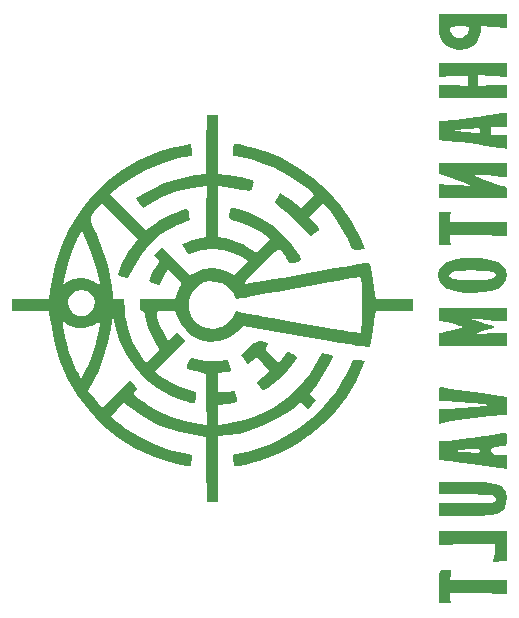
<source format=gbr>
%TF.GenerationSoftware,KiCad,Pcbnew,8.0.6*%
%TF.CreationDate,2025-02-09T15:22:34+01:00*%
%TF.ProjectId,BaseBoard,42617365-426f-4617-9264-2e6b69636164,rev?*%
%TF.SameCoordinates,Original*%
%TF.FileFunction,Legend,Bot*%
%TF.FilePolarity,Positive*%
%FSLAX46Y46*%
G04 Gerber Fmt 4.6, Leading zero omitted, Abs format (unit mm)*
G04 Created by KiCad (PCBNEW 8.0.6) date 2025-02-09 15:22:34*
%MOMM*%
%LPD*%
G01*
G04 APERTURE LIST*
%ADD10C,0.000000*%
G04 APERTURE END LIST*
D10*
%TO.C,G\u002A\u002A\u002A*%
G36*
X181212878Y-88516104D02*
G01*
X181153584Y-88958173D01*
X183567141Y-88924902D01*
X185980698Y-88891631D01*
X185980698Y-89491202D01*
X185980698Y-90090772D01*
X183567141Y-90057501D01*
X181153584Y-90024230D01*
X181212878Y-90466300D01*
X181272172Y-90908369D01*
X180737481Y-90908369D01*
X180202790Y-90908369D01*
X180202790Y-89491202D01*
X180202790Y-88074034D01*
X180737481Y-88074034D01*
X181272172Y-88074034D01*
X181212878Y-88516104D01*
G37*
G36*
X185980473Y-116352646D02*
G01*
X185980473Y-117596064D01*
X185428429Y-117671990D01*
X185224885Y-117696051D01*
X184953535Y-117712535D01*
X184825808Y-117697338D01*
X184822283Y-117579168D01*
X184887294Y-117352013D01*
X184900069Y-117315561D01*
X184970592Y-116987082D01*
X184999357Y-116619096D01*
X184999357Y-116180926D01*
X182600990Y-116217394D01*
X180202624Y-116253863D01*
X180202707Y-115681545D01*
X180202790Y-115109227D01*
X183091631Y-115109227D01*
X185980473Y-115109227D01*
X185980473Y-116352646D01*
G37*
G36*
X181225768Y-118815665D02*
G01*
X181156041Y-119251717D01*
X183568257Y-119251717D01*
X185980473Y-119251717D01*
X185980580Y-119824034D01*
X185980687Y-120396352D01*
X183566900Y-120361321D01*
X181153112Y-120326289D01*
X181212642Y-120770119D01*
X181272172Y-121213948D01*
X180737481Y-121213948D01*
X180202790Y-121213948D01*
X180202790Y-119862951D01*
X180202951Y-119593078D01*
X180210173Y-119080115D01*
X180240368Y-118736938D01*
X180310070Y-118529423D01*
X180435815Y-118423447D01*
X180634140Y-118384885D01*
X180921578Y-118379614D01*
X181295495Y-118379614D01*
X181225768Y-118815665D01*
G37*
G36*
X185980495Y-76064553D02*
G01*
X185980473Y-76646059D01*
X184781331Y-76568339D01*
X183582189Y-76490620D01*
X183582189Y-76957027D01*
X183582189Y-77423435D01*
X184781331Y-77360175D01*
X185980473Y-77296915D01*
X185980488Y-77861655D01*
X185980503Y-78426395D01*
X183091667Y-78426395D01*
X180202832Y-78426395D01*
X180202811Y-77863041D01*
X180202790Y-77299688D01*
X181464007Y-77361803D01*
X182725223Y-77423918D01*
X182690402Y-76998547D01*
X182655580Y-76573176D01*
X181429185Y-76601649D01*
X180202790Y-76630122D01*
X180202819Y-76056585D01*
X180202848Y-75483047D01*
X183091682Y-75483047D01*
X185980517Y-75483047D01*
X185980495Y-76064553D01*
G37*
G36*
X182001503Y-71340558D02*
G01*
X183091631Y-71340558D01*
X185980473Y-71340558D01*
X185980473Y-71908315D01*
X185980473Y-72476072D01*
X184905057Y-72410555D01*
X183829641Y-72345038D01*
X183757296Y-72827465D01*
X183700353Y-73111965D01*
X183471230Y-73657678D01*
X183101779Y-74039927D01*
X182584554Y-74264807D01*
X181912112Y-74338412D01*
X181841386Y-74337565D01*
X181241900Y-74242622D01*
X180781984Y-73987223D01*
X180457968Y-73566806D01*
X180266183Y-72976806D01*
X180236783Y-72621459D01*
X181185575Y-72621459D01*
X181194840Y-72761812D01*
X181306679Y-73027463D01*
X181585538Y-73231963D01*
X181793484Y-73318420D01*
X182162353Y-73328852D01*
X182531866Y-73131358D01*
X182727582Y-72913502D01*
X182819099Y-72640800D01*
X182816210Y-72552750D01*
X182778938Y-72453221D01*
X182661323Y-72400519D01*
X182417474Y-72379789D01*
X182001503Y-72376180D01*
X181771254Y-72376913D01*
X181445773Y-72387979D01*
X181270090Y-72423280D01*
X181198570Y-72496534D01*
X181185575Y-72621459D01*
X180236783Y-72621459D01*
X180202960Y-72212661D01*
X180202790Y-71340558D01*
X182001503Y-71340558D01*
G37*
G36*
X185980473Y-84534870D02*
G01*
X185980473Y-85138196D01*
X185462661Y-85083013D01*
X184952415Y-85032528D01*
X184344199Y-84984038D01*
X183846136Y-84958089D01*
X183484821Y-84955416D01*
X183286849Y-84976751D01*
X183278814Y-85022826D01*
X183298914Y-85034545D01*
X183538107Y-85145981D01*
X183907639Y-85293555D01*
X184352009Y-85457847D01*
X184815716Y-85619435D01*
X185243260Y-85758900D01*
X185579140Y-85856821D01*
X185767855Y-85893777D01*
X185795637Y-85894482D01*
X185913107Y-85939657D01*
X185967327Y-86094023D01*
X185980473Y-86411588D01*
X185980473Y-86929399D01*
X183091631Y-86929399D01*
X180202790Y-86929399D01*
X180202790Y-86290912D01*
X180202920Y-86240702D01*
X180217847Y-85894964D01*
X180263473Y-85728733D01*
X180348227Y-85708234D01*
X180480469Y-85732147D01*
X180792603Y-85764464D01*
X181228533Y-85797987D01*
X181738141Y-85828382D01*
X182982619Y-85892721D01*
X182437554Y-85630718D01*
X182424317Y-85624400D01*
X182033767Y-85459450D01*
X181540384Y-85278771D01*
X181047640Y-85120356D01*
X180202790Y-84871997D01*
X180202790Y-84401771D01*
X180202790Y-83931545D01*
X183091631Y-83931545D01*
X185980473Y-83931545D01*
X185980473Y-84534870D01*
G37*
G36*
X182573820Y-110948733D02*
G01*
X183307088Y-110963429D01*
X184037930Y-110988784D01*
X184599634Y-111027224D01*
X185019215Y-111084240D01*
X185323687Y-111165324D01*
X185540068Y-111275966D01*
X185695373Y-111421660D01*
X185816617Y-111607895D01*
X185885513Y-111774185D01*
X185964450Y-112213257D01*
X185955137Y-112687714D01*
X185854694Y-113085751D01*
X185812209Y-113157140D01*
X185587230Y-113382169D01*
X185282377Y-113574421D01*
X185143165Y-113634030D01*
X184949205Y-113692487D01*
X184701784Y-113736125D01*
X184367990Y-113767886D01*
X183914909Y-113790709D01*
X183309628Y-113807536D01*
X182519234Y-113821308D01*
X180202631Y-113855579D01*
X180202711Y-113309643D01*
X180202790Y-112763707D01*
X182487657Y-112764579D01*
X183227915Y-112763341D01*
X183820036Y-112757255D01*
X184251721Y-112744041D01*
X184552455Y-112721437D01*
X184751724Y-112687183D01*
X184879013Y-112639017D01*
X184963807Y-112574678D01*
X185060760Y-112471149D01*
X185093333Y-112348927D01*
X184963840Y-112193133D01*
X184884024Y-112131608D01*
X184759415Y-112082652D01*
X184564199Y-112047690D01*
X184268894Y-112024452D01*
X183844021Y-112010665D01*
X183260100Y-112004058D01*
X182487649Y-112002360D01*
X180202707Y-112002360D01*
X180202749Y-111456067D01*
X180202790Y-110909774D01*
X182573820Y-110948733D01*
G37*
G36*
X180495361Y-102942170D02*
G01*
X180795863Y-102989421D01*
X181256527Y-103057943D01*
X181845625Y-103143105D01*
X182531430Y-103240278D01*
X183282216Y-103344832D01*
X185980097Y-103717382D01*
X185980285Y-104507725D01*
X185980473Y-105298069D01*
X185467655Y-105298069D01*
X185361687Y-105301580D01*
X184996945Y-105330897D01*
X184483526Y-105384962D01*
X183867031Y-105457734D01*
X183193060Y-105543170D01*
X182507214Y-105635226D01*
X181855093Y-105727860D01*
X181282296Y-105815029D01*
X180834426Y-105890690D01*
X180557082Y-105948800D01*
X180202790Y-106043584D01*
X180202790Y-105398294D01*
X180202790Y-104753004D01*
X180993134Y-104744866D01*
X181327629Y-104736640D01*
X181835361Y-104711704D01*
X182377920Y-104674264D01*
X182919247Y-104628065D01*
X183423280Y-104576853D01*
X183853961Y-104524370D01*
X184175228Y-104474363D01*
X184351021Y-104430577D01*
X184345279Y-104396755D01*
X184182076Y-104367373D01*
X183815628Y-104321616D01*
X183322211Y-104271255D01*
X182753118Y-104220534D01*
X182159638Y-104173697D01*
X181593064Y-104134987D01*
X181104686Y-104108649D01*
X180745795Y-104098927D01*
X180202790Y-104098927D01*
X180202790Y-103486642D01*
X180204941Y-103277210D01*
X180226642Y-103026349D01*
X180284386Y-102923534D01*
X180393563Y-102923320D01*
X180495361Y-102942170D01*
G37*
G36*
X173472484Y-100655422D02*
G01*
X173981081Y-100731691D01*
X173759854Y-101297927D01*
X173203817Y-102488768D01*
X172434654Y-103732874D01*
X171508108Y-104925755D01*
X170454600Y-106028465D01*
X169304551Y-107002055D01*
X169187933Y-107088229D01*
X168473092Y-107562187D01*
X167649510Y-108036382D01*
X166785908Y-108475458D01*
X165951004Y-108844059D01*
X165213520Y-109106831D01*
X165041055Y-109156515D01*
X164613035Y-109270635D01*
X164148199Y-109385356D01*
X163696086Y-109489495D01*
X163306239Y-109571865D01*
X163028199Y-109621281D01*
X162911507Y-109626559D01*
X162900096Y-109589910D01*
X162862048Y-109392505D01*
X162813056Y-109086266D01*
X162781643Y-108859181D01*
X162778239Y-108660044D01*
X162846285Y-108581947D01*
X163006906Y-108568455D01*
X163068163Y-108566530D01*
X163458778Y-108511178D01*
X163983292Y-108391470D01*
X164586388Y-108223694D01*
X165212747Y-108024134D01*
X165807050Y-107809079D01*
X166313979Y-107594813D01*
X167124726Y-107177406D01*
X168362864Y-106393618D01*
X169517143Y-105485922D01*
X170543008Y-104490706D01*
X171395903Y-103444362D01*
X171495885Y-103298411D01*
X171757129Y-102886978D01*
X172047265Y-102399600D01*
X172337176Y-101888299D01*
X172597749Y-101405100D01*
X172799866Y-101002026D01*
X172914412Y-100731100D01*
X172967202Y-100659019D01*
X173139827Y-100623043D01*
X173472484Y-100655422D01*
G37*
G36*
X185980473Y-96776488D02*
G01*
X185980473Y-97357482D01*
X185299142Y-97297106D01*
X185070932Y-97277016D01*
X184265737Y-97209090D01*
X183661525Y-97163885D01*
X183245628Y-97140655D01*
X183005380Y-97138651D01*
X182928112Y-97157126D01*
X182968070Y-97181486D01*
X183176799Y-97251843D01*
X183523875Y-97349267D01*
X183963734Y-97460416D01*
X184247254Y-97531961D01*
X184634651Y-97642143D01*
X184900571Y-97734195D01*
X184999357Y-97793435D01*
X184981132Y-97821251D01*
X184816442Y-97906929D01*
X184536052Y-97996472D01*
X184158209Y-98095142D01*
X183690575Y-98224907D01*
X183435184Y-98313649D01*
X183392036Y-98366927D01*
X183561132Y-98390302D01*
X183942470Y-98389332D01*
X184536052Y-98369577D01*
X185980473Y-98313232D01*
X185980495Y-98889556D01*
X185980517Y-99465880D01*
X183091682Y-99465880D01*
X180202848Y-99465880D01*
X180202819Y-98893562D01*
X180203009Y-98836674D01*
X180220183Y-98518297D01*
X180276097Y-98362501D01*
X180386139Y-98321245D01*
X180420734Y-98318880D01*
X180655567Y-98277175D01*
X181019290Y-98194176D01*
X181448970Y-98083935D01*
X182328452Y-97846625D01*
X181978126Y-97703677D01*
X181746278Y-97625544D01*
X181347900Y-97519409D01*
X180915295Y-97425568D01*
X180202790Y-97290407D01*
X180202790Y-96742950D01*
X180202790Y-96195493D01*
X183091631Y-96195493D01*
X185980473Y-96195493D01*
X185980473Y-96776488D01*
G37*
G36*
X183754648Y-92018238D02*
G01*
X184580275Y-92130048D01*
X185217815Y-92341529D01*
X185671369Y-92653739D01*
X185899176Y-92993495D01*
X185985487Y-93428793D01*
X185905573Y-93869458D01*
X185670650Y-94259639D01*
X185291932Y-94543482D01*
X185231652Y-94570938D01*
X184628866Y-94762793D01*
X183900327Y-94884299D01*
X183111929Y-94933995D01*
X182329570Y-94910420D01*
X181619147Y-94812113D01*
X181046555Y-94637613D01*
X180922185Y-94577541D01*
X180488200Y-94256324D01*
X180225917Y-93860703D01*
X180150893Y-93463343D01*
X181074893Y-93463343D01*
X181075815Y-93474598D01*
X181184254Y-93610283D01*
X181418199Y-93732040D01*
X181626590Y-93777743D01*
X182027246Y-93818870D01*
X182534066Y-93842758D01*
X183093109Y-93849699D01*
X183650436Y-93839985D01*
X184152107Y-93813910D01*
X184544182Y-93771765D01*
X184772722Y-93713843D01*
X184926788Y-93624320D01*
X185083894Y-93456946D01*
X185036841Y-93313039D01*
X184794409Y-93195912D01*
X184365375Y-93108878D01*
X183758518Y-93055250D01*
X182982619Y-93038340D01*
X182867578Y-93038919D01*
X182165878Y-93057382D01*
X181656885Y-93104349D01*
X181319473Y-93184528D01*
X181132517Y-93302624D01*
X181074893Y-93463343D01*
X180150893Y-93463343D01*
X180144005Y-93426861D01*
X180251129Y-92990985D01*
X180555955Y-92589258D01*
X180746906Y-92437328D01*
X181141835Y-92233653D01*
X181648301Y-92097817D01*
X182300272Y-92022029D01*
X182982619Y-92002718D01*
X183131718Y-91998498D01*
X183754648Y-92018238D01*
G37*
G36*
X165213520Y-99044224D02*
G01*
X165536274Y-99100858D01*
X165724608Y-99173281D01*
X165756249Y-99283150D01*
X165663329Y-99460182D01*
X165620692Y-99529107D01*
X165580640Y-99653559D01*
X165627614Y-99788331D01*
X165785291Y-99980041D01*
X166077352Y-100275308D01*
X166652982Y-100843788D01*
X166939422Y-100503374D01*
X166989548Y-100442995D01*
X167190137Y-100185870D01*
X167318296Y-99997790D01*
X167323976Y-99987860D01*
X167409471Y-99905375D01*
X167551367Y-99929410D01*
X167811052Y-100068816D01*
X167910525Y-100130857D01*
X168125625Y-100295252D01*
X168211374Y-100411537D01*
X168200050Y-100474247D01*
X168067247Y-100724805D01*
X167810587Y-101067813D01*
X167462148Y-101469237D01*
X167054006Y-101895044D01*
X166618237Y-102311198D01*
X166186919Y-102683666D01*
X165792130Y-102978413D01*
X165580130Y-103107937D01*
X165345355Y-103173153D01*
X165165613Y-103063036D01*
X164980296Y-102761384D01*
X164957114Y-102716350D01*
X164865449Y-102501818D01*
X164894664Y-102376137D01*
X165058327Y-102250485D01*
X165068927Y-102243449D01*
X165337802Y-102049066D01*
X165625437Y-101820804D01*
X165937351Y-101559420D01*
X165363955Y-100978811D01*
X164790558Y-100398202D01*
X164436995Y-100667878D01*
X164357139Y-100727777D01*
X164142346Y-100877570D01*
X164030543Y-100937554D01*
X164010667Y-100926070D01*
X163898148Y-100790396D01*
X163738696Y-100550912D01*
X163499739Y-100164271D01*
X164138604Y-99571617D01*
X164342894Y-99384117D01*
X164605499Y-99163711D01*
X164800657Y-99051984D01*
X164984590Y-99021349D01*
X165213520Y-99044224D01*
G37*
G36*
X185955989Y-79733391D02*
G01*
X185973633Y-79951169D01*
X185980473Y-80279614D01*
X185980473Y-80879184D01*
X185326395Y-80879184D01*
X184672318Y-80879184D01*
X184672318Y-81206223D01*
X184672318Y-81533262D01*
X185326395Y-81533262D01*
X185980473Y-81533262D01*
X185980473Y-82146459D01*
X185980473Y-82759657D01*
X185626181Y-82688554D01*
X185280975Y-82627280D01*
X184777616Y-82548650D01*
X184165851Y-82459512D01*
X183491964Y-82366017D01*
X182802238Y-82274318D01*
X182142957Y-82190566D01*
X181560406Y-82120914D01*
X181100869Y-82071511D01*
X180810629Y-82048511D01*
X180204634Y-82023820D01*
X180203712Y-81198230D01*
X180203663Y-81154796D01*
X181583515Y-81154796D01*
X181686303Y-81201513D01*
X181937311Y-81253919D01*
X182313503Y-81305630D01*
X182791846Y-81350261D01*
X183152664Y-81375586D01*
X183453475Y-81385372D01*
X183614524Y-81362501D01*
X183679277Y-81299096D01*
X183691202Y-81187281D01*
X183691180Y-81178715D01*
X183673602Y-81057927D01*
X183589306Y-81000350D01*
X183388435Y-80994070D01*
X183021134Y-81027174D01*
X182725230Y-81054950D01*
X182268039Y-81088273D01*
X181903752Y-81104120D01*
X181651980Y-81120151D01*
X181583515Y-81154796D01*
X180203663Y-81154796D01*
X180202790Y-80372640D01*
X180775108Y-80356528D01*
X180812841Y-80355004D01*
X181131057Y-80328812D01*
X181613967Y-80276027D01*
X182218722Y-80201860D01*
X182902472Y-80111524D01*
X183388435Y-80043146D01*
X183622369Y-80010230D01*
X183848882Y-79977383D01*
X184505059Y-79882587D01*
X185074368Y-79800863D01*
X185524590Y-79736802D01*
X185823505Y-79694998D01*
X185938893Y-79680043D01*
X185955989Y-79733391D01*
G37*
G36*
X185937442Y-106785868D02*
G01*
X185972207Y-106957392D01*
X185980473Y-107303144D01*
X185980472Y-107316117D01*
X185974452Y-107657552D01*
X185938372Y-107835653D01*
X185844989Y-107903551D01*
X185667061Y-107914378D01*
X185535994Y-107916048D01*
X185051955Y-107967992D01*
X184766173Y-108094459D01*
X184672318Y-108297886D01*
X184688275Y-108426582D01*
X184803942Y-108576976D01*
X185062138Y-108655098D01*
X185498831Y-108677468D01*
X185980473Y-108677468D01*
X185980473Y-109284385D01*
X185978254Y-109498432D01*
X185956615Y-109742624D01*
X185898974Y-109838570D01*
X185789700Y-109831063D01*
X185647346Y-109800033D01*
X185311312Y-109742789D01*
X184831566Y-109668588D01*
X184247586Y-109582841D01*
X183598845Y-109490959D01*
X182924821Y-109398352D01*
X182264988Y-109310432D01*
X181658822Y-109232609D01*
X181145798Y-109170294D01*
X180765393Y-109128899D01*
X180557082Y-109113833D01*
X180202790Y-109113519D01*
X180202790Y-108320468D01*
X181648474Y-108320468D01*
X181728970Y-108343620D01*
X181748304Y-108345219D01*
X182009398Y-108367809D01*
X182401093Y-108402634D01*
X182846352Y-108442853D01*
X183022805Y-108458464D01*
X183381110Y-108481996D01*
X183582664Y-108471823D01*
X183671388Y-108421876D01*
X183691202Y-108326084D01*
X183689166Y-108288822D01*
X183632058Y-108191524D01*
X183458764Y-108147973D01*
X183118885Y-108141953D01*
X182988193Y-108145671D01*
X182632361Y-108167550D01*
X182277151Y-108202255D01*
X181965886Y-108243500D01*
X181741886Y-108285000D01*
X181648474Y-108320468D01*
X180202790Y-108320468D01*
X180202790Y-108295923D01*
X180202790Y-107478326D01*
X180680422Y-107478326D01*
X180784826Y-107474042D01*
X181119927Y-107443972D01*
X181598547Y-107389872D01*
X182180691Y-107317337D01*
X182826364Y-107231957D01*
X183118885Y-107191467D01*
X183495572Y-107139326D01*
X184148320Y-107045037D01*
X184744613Y-106954683D01*
X185244457Y-106873855D01*
X185607858Y-106808147D01*
X185794820Y-106763151D01*
X185861225Y-106745080D01*
X185937442Y-106785868D01*
G37*
G36*
X163275968Y-82371560D02*
G01*
X163665601Y-82455189D01*
X164130554Y-82566621D01*
X164624125Y-82694602D01*
X165099611Y-82827879D01*
X165510308Y-82955198D01*
X166795205Y-83461740D01*
X168251678Y-84240772D01*
X169608600Y-85193067D01*
X170845207Y-86299686D01*
X171940733Y-87541694D01*
X172874415Y-88900153D01*
X173625488Y-90356126D01*
X173984835Y-91180901D01*
X173687160Y-91249763D01*
X173450911Y-91300914D01*
X173169780Y-91325017D01*
X172978524Y-91244659D01*
X172820768Y-91026955D01*
X172640138Y-90639021D01*
X172509699Y-90366528D01*
X172215374Y-89832304D01*
X171850717Y-89231630D01*
X171456404Y-88628170D01*
X171073114Y-88085589D01*
X170741525Y-87667549D01*
X170434122Y-87315570D01*
X169845874Y-87911217D01*
X169257625Y-88506864D01*
X169527985Y-88808260D01*
X169740747Y-89044887D01*
X169977179Y-89318665D01*
X170089301Y-89494558D01*
X170087368Y-89614894D01*
X169981634Y-89722004D01*
X169782354Y-89858217D01*
X169374583Y-90135304D01*
X168472348Y-89176865D01*
X168144688Y-88841236D01*
X167703858Y-88420166D01*
X167290873Y-88055687D01*
X166964134Y-87801071D01*
X166660379Y-87577590D01*
X166441631Y-87389088D01*
X166358155Y-87278438D01*
X166361991Y-87252945D01*
X166439293Y-87066580D01*
X166584690Y-86806618D01*
X166811225Y-86440076D01*
X167303309Y-86778638D01*
X167464169Y-86892478D01*
X167848397Y-87182476D01*
X168173270Y-87448982D01*
X168551147Y-87780763D01*
X169089844Y-87250166D01*
X169099044Y-87241092D01*
X169366137Y-86965048D01*
X169556172Y-86745224D01*
X169628541Y-86628483D01*
X169581256Y-86524424D01*
X169373692Y-86305777D01*
X169030848Y-86021946D01*
X168585493Y-85695602D01*
X168070393Y-85349415D01*
X167518316Y-85006056D01*
X166962031Y-84688196D01*
X166434305Y-84418506D01*
X166399635Y-84402196D01*
X165832935Y-84159938D01*
X165198268Y-83925189D01*
X164549043Y-83714222D01*
X163938672Y-83543311D01*
X163420567Y-83428731D01*
X163048138Y-83386756D01*
X162893804Y-83381843D01*
X162791154Y-83331662D01*
X162772830Y-83179538D01*
X162813056Y-82868669D01*
X162839715Y-82696263D01*
X162884284Y-82439503D01*
X162911025Y-82328858D01*
X163008358Y-82326988D01*
X163275968Y-82371560D01*
G37*
G36*
X161561588Y-82389710D02*
G01*
X161561588Y-84881352D01*
X162297425Y-84950052D01*
X162333994Y-84953601D01*
X162868375Y-85026822D01*
X163465278Y-85138608D01*
X164031474Y-85269655D01*
X164473733Y-85400660D01*
X164511907Y-85420899D01*
X164551207Y-85544618D01*
X164486108Y-85807080D01*
X164477289Y-85833088D01*
X164371885Y-86098906D01*
X164282189Y-86259714D01*
X164153601Y-86283723D01*
X163873005Y-86257651D01*
X163506724Y-86184561D01*
X163190069Y-86113570D01*
X162657419Y-86012448D01*
X162188412Y-85942328D01*
X161561588Y-85868655D01*
X161561588Y-88046656D01*
X161561588Y-90224657D01*
X162036897Y-90289805D01*
X162181949Y-90313152D01*
X162891426Y-90504379D01*
X163621727Y-90806816D01*
X164269981Y-91179478D01*
X164801826Y-91545323D01*
X165370615Y-90969380D01*
X165939403Y-90393438D01*
X165521955Y-90046169D01*
X165338436Y-89905815D01*
X164808609Y-89573426D01*
X164186324Y-89252589D01*
X163554972Y-88984176D01*
X162997941Y-88809060D01*
X162690912Y-88731911D01*
X162511744Y-88653329D01*
X162457051Y-88542918D01*
X162480130Y-88360193D01*
X162522205Y-88110266D01*
X162542704Y-87896888D01*
X162628958Y-87775376D01*
X162890846Y-87762766D01*
X163332457Y-87859757D01*
X163957879Y-88066838D01*
X164034113Y-88094988D01*
X165111270Y-88578800D01*
X166067088Y-89192012D01*
X166970867Y-89978594D01*
X167208552Y-90222621D01*
X167593062Y-90657378D01*
X167939972Y-91095256D01*
X168227065Y-91503739D01*
X168432128Y-91850307D01*
X168532944Y-92102441D01*
X168507300Y-92227625D01*
X168490290Y-92235769D01*
X168277482Y-92303136D01*
X167978036Y-92368764D01*
X167804623Y-92395064D01*
X167624001Y-92376606D01*
X167482184Y-92250172D01*
X167308003Y-91973811D01*
X167245891Y-91867328D01*
X167071571Y-91576115D01*
X166922441Y-91380203D01*
X166772510Y-91287626D01*
X166595786Y-91306418D01*
X166366277Y-91444614D01*
X166057992Y-91710247D01*
X165644939Y-92111352D01*
X165101126Y-92655962D01*
X164639055Y-93124339D01*
X164195443Y-93591566D01*
X163908183Y-93920413D01*
X163773872Y-94114827D01*
X163789112Y-94178755D01*
X163939795Y-94160199D01*
X164279987Y-94106993D01*
X164784009Y-94023468D01*
X165426449Y-93913956D01*
X166181893Y-93782791D01*
X167024928Y-93634303D01*
X167930141Y-93472825D01*
X168690210Y-93336447D01*
X169640108Y-93166115D01*
X170547390Y-93003537D01*
X171377659Y-92854872D01*
X172096522Y-92726276D01*
X172669583Y-92623909D01*
X173062447Y-92553928D01*
X173334979Y-92509253D01*
X173486092Y-92484482D01*
X173907391Y-92429012D01*
X174208024Y-92405348D01*
X174341324Y-92418435D01*
X174379560Y-92518521D01*
X174446427Y-92808019D01*
X174530401Y-93249267D01*
X174625259Y-93807174D01*
X174724778Y-94446654D01*
X174822734Y-95132618D01*
X174871039Y-95486910D01*
X176446786Y-95486910D01*
X178022533Y-95486910D01*
X178022533Y-95977468D01*
X178022533Y-96468026D01*
X176446786Y-96468026D01*
X174871039Y-96468026D01*
X174822734Y-96822317D01*
X174741821Y-97393404D01*
X174641652Y-98046294D01*
X174545404Y-98620380D01*
X174459190Y-99081319D01*
X174389126Y-99394770D01*
X174341324Y-99526391D01*
X174336768Y-99527956D01*
X174187606Y-99517266D01*
X173847825Y-99471391D01*
X173338289Y-99393744D01*
X172679859Y-99287738D01*
X171893399Y-99156786D01*
X170999772Y-99004301D01*
X170019839Y-98833696D01*
X168974464Y-98648385D01*
X163687340Y-97703013D01*
X163385984Y-98058911D01*
X163174765Y-98257960D01*
X162813510Y-98519226D01*
X162414710Y-98749572D01*
X162352029Y-98780154D01*
X161579498Y-99036829D01*
X160789647Y-99077134D01*
X159973993Y-98901597D01*
X159873131Y-98863646D01*
X159336598Y-98556002D01*
X158824271Y-98107698D01*
X158396331Y-97579223D01*
X158112964Y-97031068D01*
X157912989Y-96468026D01*
X157120980Y-96468026D01*
X156911251Y-96469798D01*
X156563660Y-96489984D01*
X156381617Y-96538322D01*
X156328970Y-96621833D01*
X156371391Y-96890998D01*
X156488790Y-97292327D01*
X156654859Y-97746267D01*
X156843209Y-98180938D01*
X157027454Y-98524462D01*
X157328534Y-99000211D01*
X157702771Y-98637487D01*
X158077007Y-98274762D01*
X158427484Y-98625238D01*
X158777960Y-98975715D01*
X157471862Y-100285225D01*
X156165764Y-101594734D01*
X156492646Y-101865917D01*
X156652426Y-101984925D01*
X157073852Y-102245192D01*
X157597670Y-102526086D01*
X158156422Y-102794266D01*
X158682652Y-103016389D01*
X159108906Y-103159111D01*
X159653863Y-103300684D01*
X159631951Y-103767140D01*
X159625105Y-103887678D01*
X159600303Y-104149114D01*
X159572804Y-104270830D01*
X159453570Y-104274237D01*
X159178044Y-104216514D01*
X158800076Y-104111085D01*
X158371673Y-103973674D01*
X157944843Y-103820004D01*
X157571593Y-103665798D01*
X157544078Y-103653261D01*
X156389172Y-103007290D01*
X155357137Y-102192293D01*
X154464894Y-101229526D01*
X153729365Y-100140245D01*
X153167473Y-98945707D01*
X152796139Y-97667167D01*
X152650255Y-96958584D01*
X152574046Y-97394635D01*
X152464345Y-97997985D01*
X152243056Y-99057099D01*
X152004499Y-99971854D01*
X151733415Y-100791202D01*
X151414546Y-101564090D01*
X151032635Y-102339468D01*
X150551613Y-103250825D01*
X151113017Y-103956351D01*
X151674422Y-104661877D01*
X152856942Y-103483023D01*
X154039462Y-102304170D01*
X154387440Y-102652147D01*
X154531010Y-102798311D01*
X154653971Y-102958841D01*
X154649139Y-103077342D01*
X154534183Y-103222487D01*
X154416877Y-103363994D01*
X154398712Y-103492923D01*
X154530994Y-103663689D01*
X154551437Y-103685399D01*
X154819070Y-103911379D01*
X155224905Y-104196623D01*
X155717084Y-104509359D01*
X156243751Y-104817814D01*
X156753050Y-105090216D01*
X157193125Y-105294791D01*
X157521889Y-105423007D01*
X158731811Y-105789775D01*
X159955996Y-106012900D01*
X160585167Y-106086867D01*
X160555567Y-103935790D01*
X160525966Y-101784713D01*
X159717869Y-101579574D01*
X159638524Y-101559285D01*
X159261523Y-101458489D01*
X158986547Y-101377795D01*
X158868458Y-101333121D01*
X158864380Y-101301039D01*
X158908565Y-101117315D01*
X159009531Y-100835974D01*
X159072185Y-100691213D01*
X159215342Y-100473701D01*
X159355167Y-100442787D01*
X159678588Y-100548964D01*
X160490548Y-100688033D01*
X161448866Y-100694040D01*
X162412158Y-100639116D01*
X162469797Y-100924601D01*
X162521703Y-101144086D01*
X162599304Y-101395813D01*
X162610651Y-101429983D01*
X162592624Y-101532522D01*
X162442074Y-101599944D01*
X162116380Y-101655136D01*
X161561588Y-101728732D01*
X161561588Y-102547339D01*
X161561588Y-103365945D01*
X162264374Y-103293943D01*
X162967159Y-103221940D01*
X163081362Y-103633180D01*
X163102545Y-103710578D01*
X163169064Y-103972185D01*
X163196174Y-104111224D01*
X163192056Y-104118653D01*
X163056606Y-104171050D01*
X162768170Y-104239056D01*
X162379185Y-104309919D01*
X161561588Y-104441812D01*
X161561588Y-105262189D01*
X161561588Y-106082566D01*
X162242919Y-106004666D01*
X162911962Y-105893669D01*
X163812661Y-105664860D01*
X164713473Y-105361204D01*
X165517483Y-105012075D01*
X166180729Y-104648744D01*
X167356002Y-103833912D01*
X168401891Y-102875450D01*
X169292414Y-101798757D01*
X170001586Y-100629228D01*
X170294947Y-100048369D01*
X170752087Y-100123870D01*
X170865256Y-100143784D01*
X171130654Y-100201780D01*
X171261565Y-100248338D01*
X171264129Y-100251343D01*
X171244093Y-100386535D01*
X171126951Y-100660298D01*
X170935322Y-101032532D01*
X170691826Y-101463137D01*
X170419082Y-101912012D01*
X170139709Y-102339056D01*
X169876326Y-102704169D01*
X169281340Y-103474238D01*
X169562619Y-103755517D01*
X169843897Y-104036795D01*
X169496855Y-104394852D01*
X169149813Y-104752908D01*
X168855927Y-104471347D01*
X168562040Y-104189785D01*
X167868896Y-104751083D01*
X167378597Y-105111319D01*
X166463278Y-105654848D01*
X165434799Y-106141825D01*
X164357179Y-106546303D01*
X163294438Y-106842334D01*
X162310592Y-107003970D01*
X161561588Y-107073583D01*
X161561588Y-109837757D01*
X161561588Y-112601931D01*
X161071031Y-112601931D01*
X160580473Y-112601931D01*
X160557376Y-111321030D01*
X160549331Y-110802078D01*
X160540539Y-110055404D01*
X160533795Y-109278833D01*
X160530123Y-108575589D01*
X160525966Y-107111050D01*
X159549856Y-106968917D01*
X159255405Y-106923711D01*
X158335552Y-106741593D01*
X157494958Y-106498209D01*
X156626840Y-106164161D01*
X156314617Y-106021031D01*
X155683793Y-105686443D01*
X155027709Y-105292138D01*
X154422311Y-104884892D01*
X153943543Y-104511480D01*
X153574854Y-104189318D01*
X152994715Y-104762250D01*
X152944511Y-104812343D01*
X152684201Y-105091456D01*
X152513308Y-105308304D01*
X152466688Y-105419500D01*
X152509074Y-105463106D01*
X152697017Y-105621900D01*
X152995312Y-105858485D01*
X153363032Y-106139966D01*
X153769015Y-106431588D01*
X154916430Y-107132449D01*
X156150256Y-107731195D01*
X157405769Y-108198688D01*
X158618241Y-108505790D01*
X159326825Y-108637398D01*
X159288523Y-109120738D01*
X159276873Y-109259333D01*
X159251003Y-109513794D01*
X159232662Y-109623601D01*
X159149823Y-109628964D01*
X158893741Y-109590331D01*
X158512291Y-109511402D01*
X158052435Y-109403325D01*
X157561134Y-109277250D01*
X157085351Y-109144326D01*
X156672048Y-109015701D01*
X155969732Y-108759096D01*
X154434303Y-108037587D01*
X153017625Y-107143639D01*
X151730487Y-106090898D01*
X150583677Y-104893007D01*
X149587983Y-103563611D01*
X148754196Y-102116355D01*
X148093103Y-100564882D01*
X147615494Y-98922836D01*
X147369844Y-97432504D01*
X148371031Y-97432504D01*
X148371329Y-97449623D01*
X148403874Y-97721718D01*
X148480610Y-98137113D01*
X148587883Y-98635372D01*
X148712034Y-99156056D01*
X148839409Y-99638727D01*
X148956351Y-100022947D01*
X149003551Y-100156634D01*
X149164215Y-100569015D01*
X149352827Y-101010092D01*
X149547622Y-101433631D01*
X149726835Y-101793400D01*
X149868699Y-102043166D01*
X149951450Y-102136695D01*
X149997363Y-102094716D01*
X150120890Y-101893036D01*
X150289878Y-101565631D01*
X150482121Y-101158330D01*
X150675414Y-100716956D01*
X150847553Y-100287338D01*
X150863763Y-100243726D01*
X151023648Y-99761042D01*
X151187435Y-99191157D01*
X151322061Y-98648283D01*
X151351392Y-98516109D01*
X151461847Y-98003653D01*
X151516814Y-97672506D01*
X151508736Y-97496414D01*
X151430056Y-97449120D01*
X151273215Y-97504370D01*
X151030658Y-97635908D01*
X150810985Y-97744509D01*
X150158863Y-97915057D01*
X149501765Y-97874708D01*
X148870487Y-97623639D01*
X148669070Y-97514277D01*
X148454377Y-97425347D01*
X148371031Y-97432504D01*
X147369844Y-97432504D01*
X147332157Y-97203863D01*
X147255502Y-96468026D01*
X145687515Y-96468026D01*
X144119528Y-96468026D01*
X144119528Y-95977468D01*
X144119528Y-95700512D01*
X148828341Y-95700512D01*
X148905157Y-96130656D01*
X149177726Y-96533433D01*
X149376459Y-96713876D01*
X149647967Y-96863371D01*
X149968069Y-96901653D01*
X150240192Y-96870666D01*
X150667630Y-96666017D01*
X150974581Y-96284420D01*
X151025679Y-96169836D01*
X151095375Y-95733623D01*
X150991313Y-95329383D01*
X150748232Y-94993728D01*
X150400869Y-94763267D01*
X149983964Y-94674611D01*
X149532254Y-94764369D01*
X149224607Y-94944556D01*
X148937938Y-95289610D01*
X148828341Y-95700512D01*
X144119528Y-95700512D01*
X144119528Y-95486910D01*
X145687515Y-95486910D01*
X147255502Y-95486910D01*
X147332157Y-94751073D01*
X147375949Y-94376913D01*
X147398217Y-94260480D01*
X148401559Y-94260480D01*
X148454377Y-94224637D01*
X148774733Y-94007238D01*
X149278459Y-93758811D01*
X149912257Y-93651637D01*
X149983964Y-93661403D01*
X150551717Y-93738726D01*
X151147238Y-94019817D01*
X151210769Y-94062781D01*
X151386957Y-94170007D01*
X151481623Y-94177450D01*
X151503500Y-94056807D01*
X151461325Y-93779776D01*
X151363832Y-93318057D01*
X151308596Y-93074998D01*
X150899545Y-91695780D01*
X150358931Y-90420953D01*
X149979198Y-89661005D01*
X149616701Y-90366447D01*
X149578017Y-90442717D01*
X149156784Y-91406178D01*
X148800479Y-92459669D01*
X148549037Y-93486485D01*
X148401559Y-94260480D01*
X147398217Y-94260480D01*
X147703574Y-92663856D01*
X148224848Y-91032517D01*
X148929558Y-89496067D01*
X149807489Y-88067680D01*
X149979198Y-87852057D01*
X150848428Y-86760527D01*
X152042161Y-85587781D01*
X153378474Y-84562614D01*
X154847152Y-83698198D01*
X156437983Y-83007707D01*
X156593810Y-82954145D01*
X156990434Y-82832781D01*
X157458356Y-82703020D01*
X157950760Y-82576272D01*
X158420831Y-82463945D01*
X158821756Y-82377448D01*
X159106718Y-82328189D01*
X159228904Y-82327577D01*
X159236538Y-82354150D01*
X159261114Y-82538261D01*
X159288523Y-82834198D01*
X159326825Y-83317537D01*
X158577412Y-83456652D01*
X157896389Y-83610959D01*
X156680760Y-84005998D01*
X155455175Y-84541266D01*
X154283962Y-85187193D01*
X153231447Y-85914208D01*
X152380689Y-86577586D01*
X153906367Y-88103264D01*
X155432046Y-89628943D01*
X156159466Y-89109866D01*
X156213377Y-89071999D01*
X156635767Y-88803456D01*
X157125358Y-88528849D01*
X157631767Y-88272555D01*
X158104611Y-88058953D01*
X158493508Y-87912422D01*
X158748073Y-87857339D01*
X158839586Y-87862287D01*
X158958319Y-87922648D01*
X159037669Y-88094064D01*
X159111034Y-88429156D01*
X159143657Y-88650143D01*
X159120564Y-88799546D01*
X159009524Y-88837124D01*
X158870007Y-88860035D01*
X158532476Y-88978243D01*
X158096466Y-89174562D01*
X157613269Y-89423547D01*
X157134177Y-89699749D01*
X156710482Y-89977722D01*
X155852082Y-90696424D01*
X155056198Y-91627597D01*
X154402130Y-92720471D01*
X153906837Y-93714977D01*
X153525383Y-93597905D01*
X153475979Y-93581802D01*
X153223351Y-93466751D01*
X153094442Y-93351872D01*
X153092781Y-93347021D01*
X153114480Y-93154716D01*
X153231494Y-92826236D01*
X153421942Y-92406528D01*
X153663947Y-91940542D01*
X153935629Y-91473229D01*
X154215109Y-91049536D01*
X154721706Y-90339603D01*
X153208815Y-88821873D01*
X151695923Y-87304143D01*
X151293110Y-87770848D01*
X151030863Y-88078668D01*
X150827377Y-88359496D01*
X150740512Y-88599403D01*
X150765115Y-88857556D01*
X150896034Y-89193124D01*
X151128116Y-89665272D01*
X151200854Y-89813507D01*
X151572253Y-90671940D01*
X151909746Y-91614450D01*
X152198405Y-92586405D01*
X152423302Y-93533173D01*
X152569508Y-94400121D01*
X152622094Y-95132618D01*
X152624467Y-95264960D01*
X152664504Y-95418269D01*
X152801886Y-95477251D01*
X153096933Y-95486910D01*
X153571333Y-95486910D01*
X153638404Y-96356663D01*
X153695496Y-96881872D01*
X153783334Y-97443443D01*
X153882001Y-97910096D01*
X154037191Y-98386055D01*
X154286598Y-98981453D01*
X154585789Y-99591338D01*
X154897968Y-100141070D01*
X155186341Y-100556008D01*
X155454129Y-100883047D01*
X156026683Y-100310565D01*
X156171709Y-100164580D01*
X156400814Y-99918021D01*
X156506465Y-99755030D01*
X156512406Y-99628911D01*
X156442377Y-99492968D01*
X156309400Y-99279107D01*
X155918105Y-98566038D01*
X155615338Y-97879204D01*
X155419510Y-97264497D01*
X155349035Y-96767811D01*
X155348423Y-96732481D01*
X155295239Y-96525609D01*
X155129829Y-96468026D01*
X155114166Y-96467838D01*
X154985303Y-96428991D01*
X154926068Y-96284027D01*
X154911803Y-95977468D01*
X154911803Y-95663043D01*
X159060801Y-95663043D01*
X159076781Y-96192665D01*
X159087614Y-96292170D01*
X159265787Y-96877994D01*
X159605169Y-97364015D01*
X160067538Y-97727097D01*
X160614675Y-97944104D01*
X161208359Y-97991900D01*
X161810369Y-97847351D01*
X161829086Y-97839186D01*
X162106225Y-97665188D01*
X162411039Y-97402342D01*
X162692252Y-97104533D01*
X162898583Y-96825646D01*
X162978756Y-96619568D01*
X162998802Y-96536150D01*
X163115022Y-96496334D01*
X163127694Y-96500466D01*
X163314474Y-96543616D01*
X163663413Y-96613674D01*
X164129683Y-96701890D01*
X164668455Y-96799516D01*
X164889154Y-96838836D01*
X165446576Y-96938793D01*
X166159317Y-97067179D01*
X166988808Y-97217021D01*
X167896475Y-97381349D01*
X168843750Y-97553192D01*
X169792061Y-97725576D01*
X170437021Y-97841361D01*
X171284379Y-97988236D01*
X172035074Y-98112186D01*
X172665606Y-98209624D01*
X173152476Y-98276963D01*
X173472183Y-98310615D01*
X173601228Y-98306994D01*
X173627149Y-98228151D01*
X173659418Y-97960428D01*
X173686878Y-97546043D01*
X173708767Y-97026384D01*
X173724320Y-96442836D01*
X173732776Y-95836783D01*
X173733371Y-95249611D01*
X173725342Y-94722706D01*
X173707926Y-94297452D01*
X173680360Y-94015236D01*
X173676146Y-93990297D01*
X173612566Y-93724470D01*
X173514621Y-93617398D01*
X173334979Y-93614110D01*
X173180609Y-93639215D01*
X172837170Y-93698641D01*
X172332288Y-93787465D01*
X171692720Y-93900873D01*
X170945221Y-94034055D01*
X170116547Y-94182197D01*
X169233451Y-94340488D01*
X168322691Y-94504115D01*
X167411020Y-94668266D01*
X166525195Y-94828129D01*
X165691970Y-94978891D01*
X164938101Y-95115741D01*
X164290343Y-95233867D01*
X163775451Y-95328455D01*
X163420181Y-95394694D01*
X163251288Y-95427771D01*
X163147430Y-95433564D01*
X163001768Y-95334640D01*
X162858010Y-95062983D01*
X162768100Y-94880486D01*
X162389937Y-94424180D01*
X161867764Y-94119499D01*
X161223639Y-93981047D01*
X160892375Y-93969890D01*
X160381646Y-94038876D01*
X159957283Y-94248147D01*
X159548794Y-94624796D01*
X159313074Y-94914536D01*
X159131655Y-95263279D01*
X159060801Y-95663043D01*
X154911803Y-95663043D01*
X154911803Y-95486910D01*
X156420728Y-95486910D01*
X157929653Y-95486910D01*
X158066101Y-95031486D01*
X158095240Y-94939383D01*
X158225778Y-94597872D01*
X158354140Y-94344705D01*
X158388356Y-94288890D01*
X158425174Y-94166236D01*
X158374960Y-94029066D01*
X158213632Y-93832593D01*
X157917103Y-93532031D01*
X157328474Y-92950714D01*
X156994313Y-93482975D01*
X156856213Y-93715527D01*
X156714029Y-93992966D01*
X156658080Y-94158848D01*
X156610136Y-94244653D01*
X156410730Y-94226051D01*
X156004293Y-94088736D01*
X155754210Y-93973376D01*
X155676868Y-93881668D01*
X155677163Y-93878106D01*
X155734857Y-93733504D01*
X155870980Y-93462565D01*
X156054543Y-93122759D01*
X156254555Y-92771554D01*
X156440027Y-92466419D01*
X156518583Y-92320272D01*
X156509480Y-92166219D01*
X156352879Y-91969441D01*
X156112083Y-91713125D01*
X156469302Y-91366895D01*
X156826520Y-91020666D01*
X158008864Y-92206687D01*
X159191207Y-93392708D01*
X159749574Y-93132719D01*
X160274133Y-92951716D01*
X161006502Y-92858780D01*
X161735993Y-92922313D01*
X162387860Y-93142051D01*
X162924043Y-93413502D01*
X163510003Y-92827542D01*
X164095962Y-92241583D01*
X163566036Y-91931025D01*
X162781500Y-91542542D01*
X161980495Y-91313158D01*
X161115609Y-91238966D01*
X161028804Y-91239178D01*
X160050314Y-91335439D01*
X159142881Y-91612892D01*
X159042957Y-91627689D01*
X158901173Y-91526207D01*
X158733879Y-91248395D01*
X158508821Y-90807245D01*
X158730920Y-90688381D01*
X158738772Y-90684302D01*
X158963038Y-90596864D01*
X159321198Y-90484288D01*
X159739493Y-90369870D01*
X160525966Y-90170222D01*
X160555572Y-88017652D01*
X160585177Y-85865083D01*
X159922063Y-85940106D01*
X159348824Y-86024533D01*
X158057663Y-86346226D01*
X156786830Y-86834120D01*
X155606453Y-87463460D01*
X155156467Y-87743468D01*
X154881302Y-87327666D01*
X154606137Y-86911863D01*
X155331288Y-86467517D01*
X155816465Y-86185972D01*
X156969380Y-85644841D01*
X158194167Y-85252186D01*
X159549856Y-84987296D01*
X160525966Y-84846442D01*
X160555266Y-82372255D01*
X160584566Y-79898069D01*
X161073077Y-79898069D01*
X161561588Y-79898069D01*
X161561588Y-82389710D01*
G37*
%TD*%
M02*

</source>
